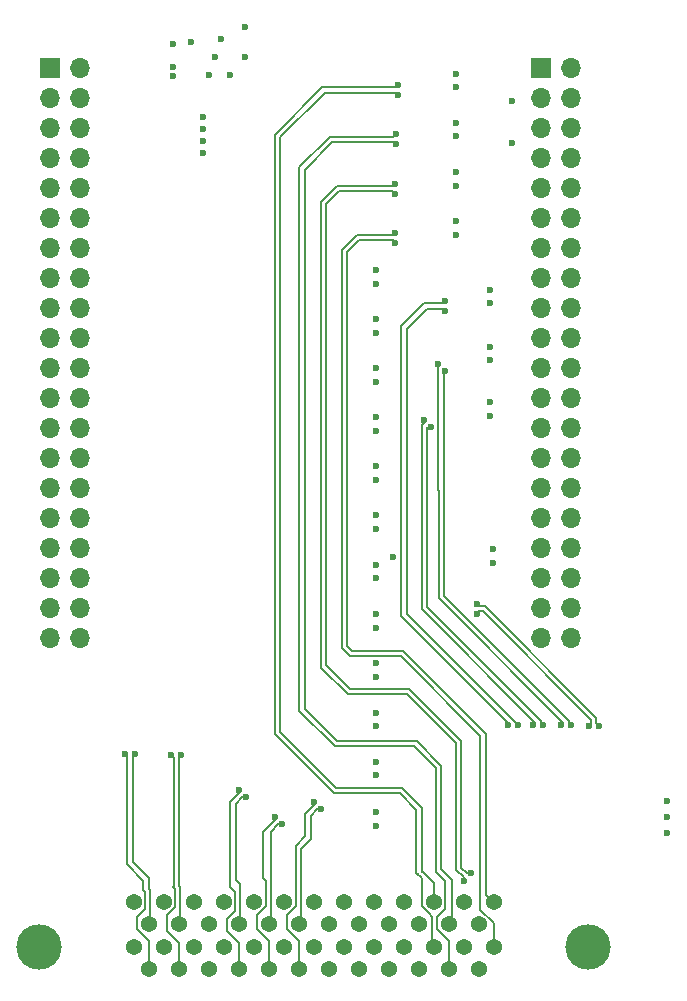
<source format=gbl>
%TF.GenerationSoftware,KiCad,Pcbnew,8.0.4*%
%TF.CreationDate,2024-12-14T22:44:59+01:00*%
%TF.ProjectId,SpicyLightFX3,53706963-794c-4696-9768-744658332e6b,rev?*%
%TF.SameCoordinates,Original*%
%TF.FileFunction,Copper,L4,Bot*%
%TF.FilePolarity,Positive*%
%FSLAX46Y46*%
G04 Gerber Fmt 4.6, Leading zero omitted, Abs format (unit mm)*
G04 Created by KiCad (PCBNEW 8.0.4) date 2024-12-14 22:44:59*
%MOMM*%
%LPD*%
G01*
G04 APERTURE LIST*
%TA.AperFunction,ComponentPad*%
%ADD10R,1.700000X1.700000*%
%TD*%
%TA.AperFunction,ComponentPad*%
%ADD11O,1.700000X1.700000*%
%TD*%
%TA.AperFunction,ComponentPad*%
%ADD12C,1.368000*%
%TD*%
%TA.AperFunction,ComponentPad*%
%ADD13C,3.836000*%
%TD*%
%TA.AperFunction,ViaPad*%
%ADD14C,0.600000*%
%TD*%
%TA.AperFunction,Conductor*%
%ADD15C,0.200000*%
%TD*%
%TA.AperFunction,Conductor*%
%ADD16C,0.127000*%
%TD*%
G04 APERTURE END LIST*
D10*
%TO.P,J2,1,V3P3*%
%TO.N,unconnected-(J2-V3P3-Pad1)*%
X110870000Y-50038000D03*
D11*
%TO.P,J2,2,V1P2*%
%TO.N,unconnected-(J2-V1P2-Pad2)*%
X113410000Y-50038000D03*
%TO.P,J2,3,USB3_VBUS*%
%TO.N,+5V*%
X110870000Y-52578000D03*
%TO.P,J2,4,USB3_VBUS*%
X113410000Y-52578000D03*
%TO.P,J2,5,KEY*%
%TO.N,unconnected-(J2-KEY-Pad5)*%
X110870000Y-55118000D03*
%TO.P,J2,6,GND*%
%TO.N,GND*%
X113410000Y-55118000D03*
%TO.P,J2,7,CTL12*%
%TO.N,unconnected-(J2-CTL12-Pad7)*%
X110870000Y-57658000D03*
%TO.P,J2,8,DQ15*%
%TO.N,/OUT15*%
X113410000Y-57658000D03*
%TO.P,J2,9,CTL11*%
%TO.N,unconnected-(J2-CTL11-Pad9)*%
X110870000Y-60198000D03*
%TO.P,J2,10,DQ14*%
%TO.N,/OUT14*%
X113410000Y-60198000D03*
%TO.P,J2,11,CTL10*%
%TO.N,unconnected-(J2-CTL10-Pad11)*%
X110870000Y-62738000D03*
%TO.P,J2,12,DQ13*%
%TO.N,/OUT13*%
X113410000Y-62738000D03*
%TO.P,J2,13,CTL9*%
%TO.N,unconnected-(J2-CTL9-Pad13)*%
X110870000Y-65278000D03*
%TO.P,J2,14,DQ12*%
%TO.N,/OUT12*%
X113410000Y-65278000D03*
%TO.P,J2,15,CTL8*%
%TO.N,unconnected-(J2-CTL8-Pad15)*%
X110870000Y-67818000D03*
%TO.P,J2,16,DQ11*%
%TO.N,/OUT11*%
X113410000Y-67818000D03*
%TO.P,J2,17,CTL7*%
%TO.N,/DATA_VALID*%
X110870000Y-70358000D03*
%TO.P,J2,18,DQ10*%
%TO.N,/OUT10*%
X113410000Y-70358000D03*
%TO.P,J2,19,CTL6*%
%TO.N,/HSYNC*%
X110870000Y-72898000D03*
%TO.P,J2,20,DQ9*%
%TO.N,/OUT9*%
X113410000Y-72898000D03*
%TO.P,J2,21,CTL5*%
%TO.N,/VSYNC*%
X110870000Y-75438000D03*
%TO.P,J2,22,DQ8*%
%TO.N,/OUT8*%
X113410000Y-75438000D03*
%TO.P,J2,23,CTL4_SW*%
%TO.N,unconnected-(J2-CTL4_SW-Pad23)*%
X110870000Y-77978000D03*
%TO.P,J2,24,DQ7*%
%TO.N,/OUT7*%
X113410000Y-77978000D03*
%TO.P,J2,25,CTL3*%
%TO.N,unconnected-(J2-CTL3-Pad25)*%
X110870000Y-80518000D03*
%TO.P,J2,26,DQ6*%
%TO.N,/OUT6*%
X113410000Y-80518000D03*
%TO.P,J2,27,CTL2*%
%TO.N,unconnected-(J2-CTL2-Pad27)*%
X110870000Y-83058000D03*
%TO.P,J2,28,DQ5*%
%TO.N,/OUT5*%
X113410000Y-83058000D03*
%TO.P,J2,29,CTL1*%
%TO.N,unconnected-(J2-CTL1-Pad29)*%
X110870000Y-85598000D03*
%TO.P,J2,30,DQ4*%
%TO.N,/OUT4*%
X113410000Y-85598000D03*
%TO.P,J2,31,CTL0*%
%TO.N,unconnected-(J2-CTL0-Pad31)*%
X110870000Y-88138000D03*
%TO.P,J2,32,DQ3*%
%TO.N,/OUT3*%
X113410000Y-88138000D03*
%TO.P,J2,33,GND*%
%TO.N,GND*%
X110870000Y-90678000D03*
%TO.P,J2,34,DQ2*%
%TO.N,/OUT2*%
X113410000Y-90678000D03*
%TO.P,J2,35,PCLK*%
%TO.N,/PIXCLK*%
X110870000Y-93218000D03*
%TO.P,J2,36,DQ1*%
%TO.N,/OUT1*%
X113410000Y-93218000D03*
%TO.P,J2,37,GND*%
%TO.N,GND*%
X110870000Y-95758000D03*
%TO.P,J2,38,DQ0*%
%TO.N,/OUT0*%
X113410000Y-95758000D03*
%TO.P,J2,39,I2C_SDA_FX3*%
%TO.N,unconnected-(J2-I2C_SDA_FX3-Pad39)*%
X110870000Y-98298000D03*
%TO.P,J2,40,I2C_SCL_FX3*%
%TO.N,unconnected-(J2-I2C_SCL_FX3-Pad40)*%
X113410000Y-98298000D03*
%TD*%
D10*
%TO.P,J1,1,V3P3*%
%TO.N,unconnected-(J1-V3P3-Pad1)*%
X69342000Y-50038000D03*
D11*
%TO.P,J1,2,V1P2*%
%TO.N,unconnected-(J1-V1P2-Pad2)*%
X71882000Y-50038000D03*
%TO.P,J1,3,INT_N_CTL15*%
%TO.N,unconnected-(J1-INT_N_CTL15-Pad3)*%
X69342000Y-52578000D03*
%TO.P,J1,4,VIO*%
%TO.N,unconnected-(J1-VIO-Pad4)*%
X71882000Y-52578000D03*
%TO.P,J1,5,KEY*%
%TO.N,unconnected-(J1-KEY-Pad5)*%
X69342000Y-55118000D03*
%TO.P,J1,6,DQ31*%
%TO.N,unconnected-(J1-DQ31-Pad6)*%
X71882000Y-55118000D03*
%TO.P,J1,7,PMODE_2*%
%TO.N,unconnected-(J1-PMODE_2-Pad7)*%
X69342000Y-57658000D03*
%TO.P,J1,8,DQ30*%
%TO.N,unconnected-(J1-DQ30-Pad8)*%
X71882000Y-57658000D03*
%TO.P,J1,9,PMODE_1*%
%TO.N,unconnected-(J1-PMODE_1-Pad9)*%
X69342000Y-60198000D03*
%TO.P,J1,10,DQ29*%
%TO.N,unconnected-(J1-DQ29-Pad10)*%
X71882000Y-60198000D03*
%TO.P,J1,11,PMODE_0*%
%TO.N,unconnected-(J1-PMODE_0-Pad11)*%
X69342000Y-62738000D03*
%TO.P,J1,12,DQ28*%
%TO.N,unconnected-(J1-DQ28-Pad12)*%
X71882000Y-62738000D03*
%TO.P,J1,13,GND*%
%TO.N,GND*%
X69342000Y-65278000D03*
%TO.P,J1,14,GPIO45*%
%TO.N,unconnected-(J1-GPIO45-Pad14)*%
X71882000Y-65278000D03*
%TO.P,J1,15,GND*%
%TO.N,GND*%
X69342000Y-67818000D03*
%TO.P,J1,16,DQ27*%
%TO.N,unconnected-(J1-DQ27-Pad16)*%
X71882000Y-67818000D03*
%TO.P,J1,17,GND*%
%TO.N,GND*%
X69342000Y-70358000D03*
%TO.P,J1,18,DQ26*%
%TO.N,unconnected-(J1-DQ26-Pad18)*%
X71882000Y-70358000D03*
%TO.P,J1,19,SPI-MOSI_UART-RX*%
%TO.N,unconnected-(J1-SPI-MOSI_UART-RX-Pad19)*%
X69342000Y-72898000D03*
%TO.P,J1,20,DQ25*%
%TO.N,unconnected-(J1-DQ25-Pad20)*%
X71882000Y-72898000D03*
%TO.P,J1,21,SPI-MISO_UART_TX*%
%TO.N,unconnected-(J1-SPI-MISO_UART_TX-Pad21)*%
X69342000Y-75438000D03*
%TO.P,J1,22,DQ24*%
%TO.N,unconnected-(J1-DQ24-Pad22)*%
X71882000Y-75438000D03*
%TO.P,J1,23,SPI-SSN_UART-CTS*%
%TO.N,unconnected-(J1-SPI-SSN_UART-CTS-Pad23)*%
X69342000Y-77978000D03*
%TO.P,J1,24,DQ23*%
%TO.N,unconnected-(J1-DQ23-Pad24)*%
X71882000Y-77978000D03*
%TO.P,J1,25,GND*%
%TO.N,GND*%
X69342000Y-80518000D03*
%TO.P,J1,26,DQ22*%
%TO.N,unconnected-(J1-DQ22-Pad26)*%
X71882000Y-80518000D03*
%TO.P,J1,27,SPI-SCK_UART-RTS*%
%TO.N,unconnected-(J1-SPI-SCK_UART-RTS-Pad27)*%
X69342000Y-83058000D03*
%TO.P,J1,28,DQ21*%
%TO.N,unconnected-(J1-DQ21-Pad28)*%
X71882000Y-83058000D03*
%TO.P,J1,29,GND*%
%TO.N,GND*%
X69342000Y-85598000D03*
%TO.P,J1,30,DQ20*%
%TO.N,unconnected-(J1-DQ20-Pad30)*%
X71882000Y-85598000D03*
%TO.P,J1,31,I2S_WS*%
%TO.N,unconnected-(J1-I2S_WS-Pad31)*%
X69342000Y-88138000D03*
%TO.P,J1,32,DQ19*%
%TO.N,unconnected-(J1-DQ19-Pad32)*%
X71882000Y-88138000D03*
%TO.P,J1,33,I2S_SD*%
%TO.N,unconnected-(J1-I2S_SD-Pad33)*%
X69342000Y-90678000D03*
%TO.P,J1,34,DQ18*%
%TO.N,unconnected-(J1-DQ18-Pad34)*%
X71882000Y-90678000D03*
%TO.P,J1,35,GPIO57_I2S-MCLK_VIO3_SW*%
%TO.N,unconnected-(J1-GPIO57_I2S-MCLK_VIO3_SW-Pad35)*%
X69342000Y-93218000D03*
%TO.P,J1,36,DQ17*%
%TO.N,unconnected-(J1-DQ17-Pad36)*%
X71882000Y-93218000D03*
%TO.P,J1,37,I2S_CLK*%
%TO.N,unconnected-(J1-I2S_CLK-Pad37)*%
X69342000Y-95758000D03*
%TO.P,J1,38,DQ16*%
%TO.N,unconnected-(J1-DQ16-Pad38)*%
X71882000Y-95758000D03*
%TO.P,J1,39,GND*%
%TO.N,GND*%
X69342000Y-98298000D03*
%TO.P,J1,40,GND*%
X71882000Y-98298000D03*
%TD*%
D12*
%TO.P,U1,1,1*%
%TO.N,/OUT12-*%
X106883200Y-120660000D03*
%TO.P,U1,2,2*%
%TO.N,/OUT13-*%
X105613200Y-122560000D03*
%TO.P,U1,3,3*%
%TO.N,GND*%
X104343200Y-120660000D03*
%TO.P,U1,4,4*%
%TO.N,/OUT14-*%
X103073200Y-122560000D03*
%TO.P,U1,5,5*%
%TO.N,/OUT15-*%
X101803200Y-120660000D03*
%TO.P,U1,6,6*%
%TO.N,/PIXCLK+*%
X100533200Y-122560000D03*
%TO.P,U1,7,7*%
%TO.N,/HSYNC+*%
X99263200Y-120660000D03*
%TO.P,U1,8,8*%
%TO.N,GND*%
X97993200Y-122560000D03*
%TO.P,U1,9,9*%
%TO.N,/VSYNC+*%
X96723200Y-120660000D03*
%TO.P,U1,10,10*%
%TO.N,/DATA_VALID+*%
X95453200Y-122560000D03*
%TO.P,U1,11,11*%
%TO.N,unconnected-(U1-Pad11)*%
X94183200Y-120660000D03*
%TO.P,U1,12,12*%
%TO.N,unconnected-(U1-Pad12)*%
X92913200Y-122560000D03*
%TO.P,U1,13,13*%
%TO.N,/OUT0-*%
X91643200Y-120660000D03*
%TO.P,U1,14,14*%
%TO.N,/OUT1-*%
X90373200Y-122560000D03*
%TO.P,U1,15,15*%
%TO.N,/OUT2-*%
X89103200Y-120660000D03*
%TO.P,U1,16,16*%
%TO.N,/OUT3-*%
X87833200Y-122560000D03*
%TO.P,U1,17,17*%
%TO.N,/OUT4-*%
X86563200Y-120660000D03*
%TO.P,U1,18,18*%
%TO.N,/OUT5-*%
X85293200Y-122560000D03*
%TO.P,U1,19,19*%
%TO.N,GND*%
X84023200Y-120660000D03*
%TO.P,U1,20,20*%
%TO.N,/OUT6-*%
X82753200Y-122560000D03*
%TO.P,U1,21,21*%
%TO.N,/OUT7-*%
X81483200Y-120660000D03*
%TO.P,U1,22,22*%
%TO.N,/OUT8-*%
X80213200Y-122560000D03*
%TO.P,U1,23,23*%
%TO.N,/OUT9-*%
X78943200Y-120660000D03*
%TO.P,U1,24,24*%
%TO.N,/OUT10-*%
X77673200Y-122560000D03*
%TO.P,U1,25,25*%
%TO.N,/OUT11-*%
X76403200Y-120660000D03*
%TO.P,U1,26,26*%
%TO.N,/OUT12+*%
X106883200Y-124460000D03*
%TO.P,U1,27,27*%
%TO.N,/OUT13+*%
X105613200Y-126360000D03*
%TO.P,U1,28,28*%
%TO.N,GND*%
X104343200Y-124460000D03*
%TO.P,U1,29,29*%
%TO.N,/OUT14+*%
X103073200Y-126360000D03*
%TO.P,U1,30,30*%
%TO.N,/OUT15+*%
X101803200Y-124460000D03*
%TO.P,U1,31,31*%
%TO.N,/PIXCLK-*%
X100533200Y-126360000D03*
%TO.P,U1,32,32*%
%TO.N,/HSYNC-*%
X99263200Y-124460000D03*
%TO.P,U1,33,33*%
%TO.N,GND*%
X97993200Y-126360000D03*
%TO.P,U1,34,34*%
%TO.N,/VSYNC-*%
X96723200Y-124460000D03*
%TO.P,U1,35,35*%
%TO.N,/DATA_VALID-*%
X95453200Y-126360000D03*
%TO.P,U1,36,36*%
%TO.N,unconnected-(U1-Pad36)*%
X94183200Y-124460000D03*
%TO.P,U1,37,37*%
%TO.N,unconnected-(U1-Pad37)*%
X92913200Y-126360000D03*
%TO.P,U1,38,38*%
%TO.N,/OUT0+*%
X91643200Y-124460000D03*
%TO.P,U1,39,39*%
%TO.N,/OUT1+*%
X90373200Y-126360000D03*
%TO.P,U1,40,40*%
%TO.N,/OUT2+*%
X89103200Y-124460000D03*
%TO.P,U1,41,41*%
%TO.N,/OUT3+*%
X87833200Y-126360000D03*
%TO.P,U1,42,42*%
%TO.N,/OUT4+*%
X86563200Y-124460000D03*
%TO.P,U1,43,43*%
%TO.N,/OUT5+*%
X85293200Y-126360000D03*
%TO.P,U1,44,44*%
%TO.N,GND*%
X84023200Y-124460000D03*
%TO.P,U1,45,45*%
%TO.N,/OUT6+*%
X82753200Y-126360000D03*
%TO.P,U1,46,46*%
%TO.N,/OUT7+*%
X81483200Y-124460000D03*
%TO.P,U1,47,47*%
%TO.N,/OUT8+*%
X80213200Y-126360000D03*
%TO.P,U1,48,48*%
%TO.N,/OUT9+*%
X78943200Y-124460000D03*
%TO.P,U1,49,49*%
%TO.N,/OUT10+*%
X77673200Y-126360000D03*
%TO.P,U1,50,50*%
%TO.N,/OUT11+*%
X76403200Y-124460000D03*
D13*
%TO.P,U1,S1,S1*%
%TO.N,Net-(C2-Pad1)*%
X114883200Y-124460000D03*
%TO.P,U1,S2,S2*%
X68403200Y-124460000D03*
%TD*%
D14*
%TO.N,GND*%
X121600000Y-112100000D03*
X121600000Y-113500000D03*
X121600000Y-114800000D03*
%TO.N,+3V3*%
X103707400Y-54711000D03*
X106592000Y-73688500D03*
X103707400Y-50541000D03*
X82778600Y-50647200D03*
X82270600Y-55219200D03*
X96931600Y-104647200D03*
X82270600Y-57251200D03*
X106874500Y-90805000D03*
X96921400Y-100476000D03*
X85826600Y-46583200D03*
X103707400Y-58891000D03*
X96942500Y-79633000D03*
X96951400Y-83791000D03*
X96941400Y-75471000D03*
X106573400Y-78370000D03*
X96942500Y-87953000D03*
X96940300Y-71329000D03*
X82270600Y-56235200D03*
X96931400Y-96311000D03*
X96926400Y-67208400D03*
X103698100Y-63031000D03*
X96934600Y-113094400D03*
X83286600Y-49123200D03*
X82270600Y-54203200D03*
X96942500Y-92113000D03*
X96932600Y-108827200D03*
X83794600Y-47599200D03*
X106601800Y-68834000D03*
%TO.N,GND*%
X96931600Y-105790200D03*
X106592000Y-74831500D03*
X96942500Y-93256000D03*
X96934600Y-114237400D03*
X106573400Y-79513000D03*
X103707400Y-60034000D03*
X96941400Y-76614000D03*
X81254600Y-47853200D03*
X96921400Y-101619000D03*
X106874500Y-91948000D03*
X103707400Y-51684000D03*
X96942500Y-80776000D03*
X96942500Y-89096000D03*
X84556600Y-50647200D03*
X96931400Y-97454000D03*
X85826600Y-49123200D03*
X108458000Y-56388000D03*
X96951400Y-84934000D03*
X103698100Y-64174000D03*
X98400000Y-91440000D03*
X96950300Y-68322000D03*
X106601800Y-69977000D03*
X108458000Y-52832000D03*
X96932600Y-109970200D03*
X103707400Y-55854000D03*
X96940300Y-72472000D03*
%TO.N,/VSYNC-*%
X101595721Y-80462921D03*
X111087841Y-105729420D03*
%TO.N,/VSYNC+*%
X100994679Y-79861879D03*
X110237841Y-105729420D03*
%TO.N,/DATA_VALID+*%
X102767999Y-69800500D03*
X108083800Y-105714800D03*
%TO.N,/PIXCLK-*%
X105460800Y-95434600D03*
X115791800Y-105765600D03*
%TO.N,/OUT12-*%
X98577400Y-64847500D03*
%TO.N,/PIXCLK+*%
X114941800Y-105765600D03*
X105460800Y-96284600D03*
%TO.N,/OUT8+*%
X79610400Y-108229400D03*
%TO.N,/OUT5+*%
X85297479Y-111205479D03*
%TO.N,/OUT13-*%
X98501200Y-60707500D03*
X104948521Y-118266679D03*
%TO.N,/OUT12+*%
X98577400Y-63997500D03*
%TO.N,/OUT3+*%
X88345479Y-113491479D03*
%TO.N,/OUT8-*%
X80460400Y-108229400D03*
%TO.N,/OUT13+*%
X104347479Y-118867721D03*
X98501200Y-59857500D03*
%TO.N,/OUT15-*%
X98755200Y-52357500D03*
%TO.N,/OUT10+*%
X75673400Y-108178600D03*
%TO.N,/OUT1-*%
X92248521Y-112822521D03*
%TO.N,/OUT5-*%
X85898521Y-111806521D03*
%TO.N,/OUT3-*%
X88946521Y-114092521D03*
%TO.N,/HSYNC-*%
X102814921Y-75738521D03*
X113455000Y-105714800D03*
%TO.N,/OUT10-*%
X76523400Y-108178600D03*
%TO.N,/OUT1+*%
X91647479Y-112221479D03*
%TO.N,/OUT14-*%
X98602800Y-56527500D03*
%TO.N,/HSYNC+*%
X112605000Y-105714800D03*
X102213879Y-75137479D03*
%TO.N,/DATA_VALID-*%
X102767999Y-70650500D03*
X108933800Y-105714800D03*
%TO.N,/OUT15+*%
X98755200Y-51507500D03*
%TO.N,/OUT14+*%
X98602800Y-55677500D03*
%TO.N,+5V*%
X79750000Y-48000000D03*
X79750000Y-50750000D03*
X79750000Y-50000000D03*
%TD*%
D15*
%TO.N,/VSYNC-*%
X110887842Y-105529421D02*
X111087841Y-105729420D01*
X101595721Y-80462921D02*
X101312878Y-80462921D01*
X101312878Y-80462921D02*
X101266200Y-80509599D01*
X101266200Y-80509599D02*
X101266200Y-95715600D01*
X110887842Y-105337242D02*
X110887842Y-105529421D01*
X101266200Y-95715600D02*
X110887842Y-105337242D01*
%TO.N,/VSYNC+*%
X100816200Y-95902000D02*
X110437840Y-105523640D01*
X100816200Y-80323201D02*
X100816200Y-95902000D01*
X100994679Y-79861879D02*
X100994679Y-80144722D01*
X110437840Y-105523640D02*
X110437840Y-105529421D01*
X110437840Y-105529421D02*
X110237841Y-105729420D01*
X100994679Y-80144722D02*
X100816200Y-80323201D01*
%TO.N,/DATA_VALID+*%
X101029701Y-70000499D02*
X99089000Y-71941200D01*
X108083800Y-105501197D02*
X108083800Y-105714800D01*
X99089000Y-71941200D02*
X99089000Y-96506397D01*
X99089000Y-96506397D02*
X108083800Y-105501197D01*
X102767999Y-69800500D02*
X102568000Y-70000499D01*
X102568000Y-70000499D02*
X101029701Y-70000499D01*
%TO.N,/PIXCLK-*%
X106163599Y-95634599D02*
X115591801Y-105062801D01*
X115591801Y-105565601D02*
X115791800Y-105765600D01*
X115591801Y-105062801D02*
X115591801Y-105565601D01*
X105660799Y-95634599D02*
X106163599Y-95634599D01*
X105460800Y-95434600D02*
X105660799Y-95634599D01*
%TO.N,/OUT12-*%
X106883200Y-120660000D02*
X106273600Y-120050400D01*
X94509800Y-65625200D02*
X95487499Y-64647501D01*
X95487499Y-64647501D02*
X98377401Y-64647501D01*
X94509800Y-98968531D02*
X94509800Y-65625200D01*
X106273600Y-106463400D02*
X99204000Y-99393800D01*
X94935069Y-99393800D02*
X94509800Y-98968531D01*
X106273600Y-120050400D02*
X106273600Y-106463400D01*
X99204000Y-99393800D02*
X94935069Y-99393800D01*
X98377401Y-64647501D02*
X98577400Y-64847500D01*
%TO.N,/PIXCLK+*%
X115141799Y-105249199D02*
X115141799Y-105565601D01*
X105660799Y-96084601D02*
X105977201Y-96084601D01*
X105977201Y-96084601D02*
X115141799Y-105249199D01*
X115141799Y-105565601D02*
X114941800Y-105765600D01*
X105460800Y-96284600D02*
X105660799Y-96084601D01*
%TO.N,/OUT8+*%
X79229200Y-123171200D02*
X79229200Y-121765587D01*
X80213200Y-124155200D02*
X79229200Y-123171200D01*
X80213200Y-126360000D02*
X80213200Y-124155200D01*
X79927200Y-121067587D02*
X79927200Y-119551200D01*
X79927200Y-119551200D02*
X79756000Y-119380000D01*
X79229200Y-121765587D02*
X79927200Y-121067587D01*
X79810399Y-119325601D02*
X79810399Y-108429399D01*
X79810399Y-108429399D02*
X79610400Y-108229400D01*
X79756000Y-119380000D02*
X79810399Y-119325601D01*
%TO.N,/OUT5+*%
X85297479Y-111488322D02*
X85297479Y-111205479D01*
X85007200Y-119805200D02*
X84611000Y-119409000D01*
X84611000Y-112174801D02*
X85297479Y-111488322D01*
X85293200Y-126360000D02*
X85293200Y-124155200D01*
X84309200Y-123171200D02*
X84309200Y-122152413D01*
X84611000Y-119409000D02*
X84611000Y-112174801D01*
X84309200Y-122152413D02*
X85007200Y-121454413D01*
X85293200Y-124155200D02*
X84309200Y-123171200D01*
X85007200Y-121454413D02*
X85007200Y-119805200D01*
%TO.N,/OUT13-*%
X92731800Y-100643200D02*
X94733600Y-102645000D01*
X104161800Y-107069847D02*
X104161800Y-117762801D01*
X99736953Y-102645000D02*
X104161800Y-107069847D01*
X104161800Y-117762801D02*
X104665678Y-118266679D01*
X93836299Y-60507501D02*
X92731800Y-61612000D01*
X92731800Y-61612000D02*
X92731800Y-100643200D01*
X104665678Y-118266679D02*
X104948521Y-118266679D01*
X98301201Y-60507501D02*
X93836299Y-60507501D01*
X98501200Y-60707500D02*
X98301201Y-60507501D01*
X94733600Y-102645000D02*
X99736953Y-102645000D01*
%TO.N,/OUT12+*%
X95301101Y-64197499D02*
X98377401Y-64197499D01*
X105765600Y-121320813D02*
X105765600Y-106591800D01*
X106883200Y-122438413D02*
X105765600Y-121320813D01*
X94059800Y-65438800D02*
X95301101Y-64197499D01*
X94748669Y-99843800D02*
X94059800Y-99154931D01*
X106883200Y-124460000D02*
X106883200Y-122438413D01*
X99017600Y-99843800D02*
X94748669Y-99843800D01*
X98377401Y-64197499D02*
X98577400Y-63997500D01*
X105765600Y-106591800D02*
X99017600Y-99843800D01*
X94059800Y-99154931D02*
X94059800Y-65438800D01*
%TO.N,/OUT3+*%
X86849200Y-122967587D02*
X86849200Y-121765587D01*
X88345479Y-113774322D02*
X88345479Y-113491479D01*
X87376000Y-114743801D02*
X88345479Y-113774322D01*
X87630000Y-120142000D02*
X87630000Y-118872000D01*
X87630000Y-120142000D02*
X87630000Y-119888000D01*
X87833200Y-123951587D02*
X86849200Y-122967587D01*
X86849200Y-121765587D02*
X87630000Y-120984787D01*
X87630000Y-118872000D02*
X87376000Y-118618000D01*
X87833200Y-126360000D02*
X87833200Y-123951587D01*
X87376000Y-118618000D02*
X87376000Y-114743801D01*
X87630000Y-120984787D02*
X87630000Y-120142000D01*
%TO.N,/OUT8-*%
X80260401Y-108429399D02*
X80460400Y-108229400D01*
X80327200Y-119385515D02*
X80260401Y-119318716D01*
X80327200Y-122446000D02*
X80327200Y-119385515D01*
X80213200Y-122560000D02*
X80327200Y-122446000D01*
X80260401Y-119318716D02*
X80260401Y-108429399D01*
%TO.N,/OUT13+*%
X104347479Y-118584878D02*
X104347479Y-118867721D01*
X92281800Y-100829600D02*
X94547200Y-103095000D01*
X98501200Y-59857500D02*
X98301201Y-60057499D01*
X103711800Y-107256247D02*
X103711800Y-117949199D01*
X93649901Y-60057499D02*
X92281800Y-61425600D01*
X94547200Y-103095000D02*
X99550553Y-103095000D01*
X103711800Y-117949199D02*
X104347479Y-118584878D01*
X98301201Y-60057499D02*
X93649901Y-60057499D01*
X92281800Y-61425600D02*
X92281800Y-100829600D01*
X99550553Y-103095000D02*
X103711800Y-107256247D01*
%TO.N,/OUT15-*%
X100809000Y-118058601D02*
X100855678Y-118105279D01*
X92585099Y-52157501D02*
X88820200Y-55922400D01*
X98755200Y-52357500D02*
X98555201Y-52157501D01*
X93565200Y-111027000D02*
X99153200Y-111027000D01*
X101803200Y-119052801D02*
X100809000Y-118058601D01*
X101803200Y-120660000D02*
X101803200Y-119052801D01*
X88820200Y-55922400D02*
X88820200Y-106282000D01*
X98555201Y-52157501D02*
X92585099Y-52157501D01*
X88820200Y-106282000D02*
X93565200Y-111027000D01*
X99153200Y-111027000D02*
X100809000Y-112682800D01*
X100809000Y-112682800D02*
X100809000Y-118058601D01*
%TO.N,/OUT10+*%
X77387200Y-121240800D02*
X77387200Y-119805200D01*
X75873399Y-117491999D02*
X75873399Y-108378599D01*
X77244999Y-119605001D02*
X77244999Y-118863599D01*
X77673200Y-123951587D02*
X76689200Y-122967587D01*
X77673200Y-126360000D02*
X77673200Y-123951587D01*
X75873399Y-108378599D02*
X75673400Y-108178600D01*
X77216000Y-119634000D02*
X77244999Y-119605001D01*
X76689200Y-121938800D02*
X77387200Y-121240800D01*
X77244999Y-118863599D02*
X75873399Y-117491999D01*
X76689200Y-122967587D02*
X76689200Y-121938800D01*
X77387200Y-119805200D02*
X77216000Y-119634000D01*
%TO.N,/OUT1-*%
X90570000Y-116186000D02*
X91411000Y-115345000D01*
X91411000Y-113377199D02*
X91965678Y-112822521D01*
X90373200Y-122560000D02*
X90570000Y-122363200D01*
D16*
X90373200Y-122560000D02*
X90497000Y-122436200D01*
D15*
X91965678Y-112822521D02*
X92248521Y-112822521D01*
D16*
X90373200Y-122560000D02*
X90533500Y-122399700D01*
D15*
X90570000Y-122363200D02*
X90570000Y-116186000D01*
X91411000Y-115345000D02*
X91411000Y-113377199D01*
%TO.N,/OUT5-*%
X85061000Y-112361199D02*
X85615678Y-111806521D01*
X85407200Y-119189200D02*
X85061000Y-118843000D01*
X85061000Y-118843000D02*
X85061000Y-112361199D01*
X85407200Y-122446000D02*
X85407200Y-119189200D01*
X85293200Y-122560000D02*
X85407200Y-122446000D01*
X85615678Y-111806521D02*
X85898521Y-111806521D01*
%TO.N,/OUT3-*%
X88663678Y-114092521D02*
X88946521Y-114092521D01*
X88030000Y-122363200D02*
X88030000Y-118764000D01*
X88030000Y-118726000D02*
X88030000Y-114726199D01*
X88030000Y-114726199D02*
X88663678Y-114092521D01*
X87833200Y-122560000D02*
X88030000Y-122363200D01*
%TO.N,/HSYNC-*%
X102688600Y-85628994D02*
X102663880Y-85604274D01*
X113255001Y-105514801D02*
X113255001Y-105316801D01*
X113455000Y-105714800D02*
X113255001Y-105514801D01*
X113255001Y-105316801D02*
X102688600Y-94750400D01*
X102663880Y-75889562D02*
X102814921Y-75738521D01*
X102688600Y-94750400D02*
X102688600Y-85628994D01*
X102663880Y-85604274D02*
X102663880Y-75889562D01*
%TO.N,/OUT10-*%
X77787200Y-122446000D02*
X77787200Y-119639514D01*
X77673200Y-122560000D02*
X77787200Y-122446000D01*
X77695001Y-118677201D02*
X76323401Y-117305601D01*
X77787200Y-119639514D02*
X77695001Y-119547315D01*
X77695001Y-119547315D02*
X77695001Y-118677201D01*
X76323401Y-108378599D02*
X76523400Y-108178600D01*
X76323401Y-117305601D02*
X76323401Y-108378599D01*
%TO.N,/OUT1+*%
X90170000Y-120984787D02*
X90170000Y-115900523D01*
X90373200Y-126360000D02*
X90373200Y-123951587D01*
X91647479Y-112504322D02*
X91647479Y-112221479D01*
X90170000Y-115900523D02*
X90961000Y-115109523D01*
X90373200Y-123951587D02*
X89389200Y-122967587D01*
X89389200Y-122967587D02*
X89389200Y-121765587D01*
X89389200Y-121765587D02*
X90170000Y-120984787D01*
X90961000Y-113190801D02*
X91647479Y-112504322D01*
X90961000Y-115109523D02*
X90961000Y-113190801D01*
%TO.N,/OUT14-*%
X93241099Y-56327501D02*
X90903000Y-58665600D01*
X102434600Y-117915200D02*
X102434600Y-109126800D01*
X103073200Y-122560000D02*
X103359200Y-122274000D01*
X103359200Y-118839800D02*
X102434600Y-117915200D01*
X98602800Y-56527500D02*
X98402801Y-56327501D01*
X90903000Y-104300800D02*
X90903000Y-58665600D01*
X93666800Y-107064600D02*
X90903000Y-104300800D01*
X102434600Y-109126800D02*
X100372400Y-107064600D01*
X100372400Y-107064600D02*
X93666800Y-107064600D01*
X103359200Y-122274000D02*
X103359200Y-118839800D01*
X98402801Y-56327501D02*
X93241099Y-56327501D01*
%TO.N,/HSYNC+*%
X112605000Y-105714800D02*
X112804999Y-105514801D01*
X102238600Y-94936800D02*
X102238600Y-85801200D01*
X112804999Y-105503199D02*
X102238600Y-94936800D01*
X102213879Y-85776479D02*
X102213879Y-75137479D01*
X112804999Y-105514801D02*
X112804999Y-105503199D01*
X102238600Y-85801200D02*
X102213879Y-85776479D01*
%TO.N,/DATA_VALID-*%
X102767999Y-70650500D02*
X102568000Y-70450501D01*
X99539000Y-96320000D02*
X108933800Y-105714800D01*
X101216099Y-70450501D02*
X99539000Y-72127600D01*
X102568000Y-70450501D02*
X101216099Y-70450501D01*
X99539000Y-72127600D02*
X99539000Y-96320000D01*
%TO.N,/OUT15+*%
X93378800Y-111477000D02*
X98966800Y-111477000D01*
X101381806Y-121630194D02*
X101689200Y-121937588D01*
X101689200Y-124346000D02*
X101803200Y-124460000D01*
X100359000Y-118244999D02*
X100787200Y-118673199D01*
X100787200Y-121035587D02*
X101381806Y-121630194D01*
X92398701Y-51707499D02*
X88370200Y-55736000D01*
X101689200Y-121937588D02*
X101689200Y-124346000D01*
X98966800Y-111477000D02*
X100359000Y-112869200D01*
X88370200Y-55736000D02*
X88370200Y-106468400D01*
X100359000Y-112869200D02*
X100359000Y-118244999D01*
X88370200Y-106468400D02*
X93378800Y-111477000D01*
X100359000Y-118244999D02*
X100537479Y-118423478D01*
X100787200Y-118673199D02*
X100787200Y-121035587D01*
X98755200Y-51507500D02*
X98555201Y-51707499D01*
X98555201Y-51707499D02*
X92398701Y-51707499D01*
%TO.N,/OUT14+*%
X102089200Y-121938800D02*
X102787200Y-121240800D01*
X90453000Y-104487200D02*
X90453000Y-58479200D01*
X100186000Y-107514600D02*
X93480400Y-107514600D01*
X101984600Y-109313200D02*
X100186000Y-107514600D01*
X98602800Y-55677500D02*
X98402801Y-55877499D01*
X102787200Y-118904200D02*
X101984600Y-118101600D01*
X102089200Y-122967587D02*
X102089200Y-121938800D01*
X93480400Y-107514600D02*
X90453000Y-104487200D01*
X98402801Y-55877499D02*
X93054701Y-55877499D01*
X93054701Y-55877499D02*
X90453000Y-58479200D01*
X103073200Y-126360000D02*
X103073200Y-123951587D01*
X101984600Y-118101600D02*
X101984600Y-109313200D01*
X102787200Y-121240800D02*
X102787200Y-118904200D01*
X103073200Y-123951587D02*
X102089200Y-122967587D01*
%TD*%
M02*

</source>
